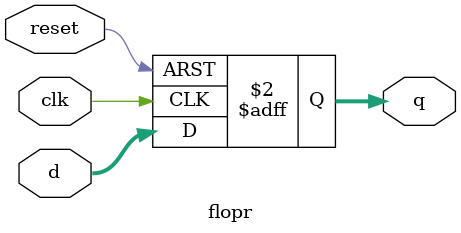
<source format=sv>

/*
 * Módulo: flopr (flip-flop com reset)
 * Função: Implementa um registrador parametrizável com reset assíncrono
 *
 * Características:
 * - Parametrizado pela largura dos dados (WIDTH)
 * - Reset assíncrono (ativo em nível alto)
 * - Armazenamento síncrono na borda de subida do clock
 *
 * Uso no processador MIPS:
 * - Utilizado principalmente como Program Counter (PC)
 * - Também pode ser usado em outros registradores do pipeline
 */

module flopr #(parameter WIDTH = 32)
(
    input  logic             clk, reset,   // Sinais de clock e reset
    input  logic [WIDTH-1:0] d,           // Dado de entrada
    output logic [WIDTH-1:0] q            // Dado armazenado
);
    // Processo síncrono com reset assíncrono
    always_ff @(posedge clk, posedge reset) begin
        if (reset) q <= 0;                // Reset assíncrono - zera a saída imediatamente
        else q <= d;                      // Operação normal - armazena entrada na saída
    end
endmodule
</source>
